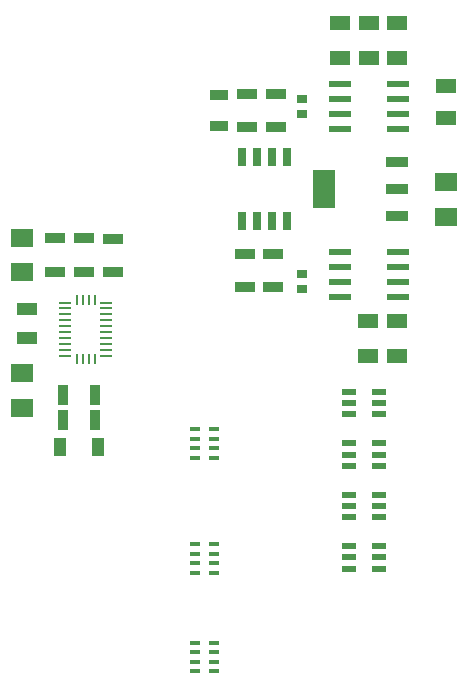
<source format=gbr>
G04*
G04 #@! TF.GenerationSoftware,Altium Limited,Altium Designer,24.3.1 (35)*
G04*
G04 Layer_Color=128*
%FSLAX44Y44*%
%MOMM*%
G71*
G04*
G04 #@! TF.SameCoordinates,D61E4413-AD1B-46AA-9FCE-7A96C032C263*
G04*
G04*
G04 #@! TF.FilePolarity,Positive*
G04*
G01*
G75*
%ADD62R,1.0000X1.5000*%
%ADD63R,1.8582X1.5055*%
%ADD64R,1.8000X1.0000*%
%ADD65R,0.2500X0.9560*%
%ADD66R,1.0560X0.2500*%
%ADD67R,1.8000X1.1500*%
%ADD68R,1.9800X0.5300*%
%ADD69R,1.7582X1.3055*%
%ADD70R,0.8500X0.7000*%
%ADD71R,1.7000X0.9500*%
%ADD72R,0.6500X1.5250*%
%ADD73R,1.2500X0.6000*%
%ADD74R,1.8500X0.9000*%
%ADD75R,1.8500X3.2000*%
%ADD76R,1.7000X0.9500*%
%ADD77R,1.6098X0.9561*%
%ADD78R,0.9000X0.4000*%
%ADD79R,0.9500X1.7000*%
D62*
X-127764Y-46482D02*
D03*
X-159764D02*
D03*
D63*
X-191516Y101061D02*
D03*
Y130588D02*
D03*
X167132Y148050D02*
D03*
Y177577D02*
D03*
X-191770Y-13493D02*
D03*
Y16034D02*
D03*
D64*
X-187307Y45412D02*
D03*
Y70412D02*
D03*
D65*
X-130422Y28056D02*
D03*
X-135422D02*
D03*
X-140422D02*
D03*
X-145422D02*
D03*
Y78116D02*
D03*
X-140422D02*
D03*
X-135422D02*
D03*
X-130422D02*
D03*
D66*
X-155452Y30586D02*
D03*
Y35586D02*
D03*
Y40586D02*
D03*
Y45586D02*
D03*
Y50586D02*
D03*
Y55586D02*
D03*
Y60586D02*
D03*
Y65586D02*
D03*
Y70586D02*
D03*
Y75586D02*
D03*
X-120392Y30586D02*
D03*
Y35586D02*
D03*
Y40586D02*
D03*
Y45586D02*
D03*
Y50586D02*
D03*
Y55586D02*
D03*
Y60586D02*
D03*
Y65586D02*
D03*
Y70586D02*
D03*
Y75586D02*
D03*
D67*
X77470Y312184D02*
D03*
Y282684D02*
D03*
X101600Y282684D02*
D03*
Y312184D02*
D03*
X125730Y282702D02*
D03*
Y312202D02*
D03*
X101346Y59962D02*
D03*
Y30462D02*
D03*
X125984D02*
D03*
Y59962D02*
D03*
D68*
X76950Y260858D02*
D03*
Y248158D02*
D03*
Y235458D02*
D03*
Y222758D02*
D03*
X126250D02*
D03*
Y235458D02*
D03*
Y248158D02*
D03*
Y260858D02*
D03*
X77204Y118110D02*
D03*
Y105410D02*
D03*
Y92710D02*
D03*
Y80010D02*
D03*
X126504D02*
D03*
Y92710D02*
D03*
Y105410D02*
D03*
Y118110D02*
D03*
D69*
X167132Y231600D02*
D03*
Y259128D02*
D03*
D70*
X45212Y99722D02*
D03*
Y87222D02*
D03*
Y248058D02*
D03*
Y235558D02*
D03*
D71*
X20574Y88616D02*
D03*
Y116616D02*
D03*
X-3302Y88616D02*
D03*
Y116616D02*
D03*
X23368Y224118D02*
D03*
Y252118D02*
D03*
X-163576Y101824D02*
D03*
Y129824D02*
D03*
X-115040Y129570D02*
D03*
Y101570D02*
D03*
X-139446Y129824D02*
D03*
Y101824D02*
D03*
D72*
X-5588Y144838D02*
D03*
X7112D02*
D03*
X19812D02*
D03*
X32512D02*
D03*
Y199078D02*
D03*
X19812D02*
D03*
X7112D02*
D03*
X-5588D02*
D03*
D73*
X110036Y-19152D02*
D03*
Y-9652D02*
D03*
Y-152D02*
D03*
X85036D02*
D03*
Y-9652D02*
D03*
Y-19152D02*
D03*
Y-149708D02*
D03*
Y-140208D02*
D03*
Y-130708D02*
D03*
X110036D02*
D03*
Y-140208D02*
D03*
Y-149708D02*
D03*
X85036Y-106189D02*
D03*
Y-96689D02*
D03*
Y-87189D02*
D03*
X110036D02*
D03*
Y-96689D02*
D03*
Y-106189D02*
D03*
Y-62671D02*
D03*
Y-53171D02*
D03*
Y-43671D02*
D03*
X85036D02*
D03*
Y-53171D02*
D03*
Y-62671D02*
D03*
D74*
X125996Y194958D02*
D03*
Y171958D02*
D03*
Y148958D02*
D03*
D75*
X63996Y171958D02*
D03*
D76*
X-1262Y224368D02*
D03*
Y251868D02*
D03*
D77*
X-24892Y251129D02*
D03*
Y225107D02*
D03*
D78*
X-29084Y-212536D02*
D03*
X-45084D02*
D03*
X-29084Y-220536D02*
D03*
X-45084D02*
D03*
X-29084Y-228536D02*
D03*
X-45084D02*
D03*
X-29084Y-236536D02*
D03*
X-45084D02*
D03*
X-29084Y-31688D02*
D03*
X-45084D02*
D03*
X-29084Y-39688D02*
D03*
X-45084D02*
D03*
X-29084Y-47688D02*
D03*
X-45084D02*
D03*
X-29084Y-55688D02*
D03*
X-45084D02*
D03*
Y-153224D02*
D03*
X-29084D02*
D03*
X-45084Y-145224D02*
D03*
X-29084D02*
D03*
X-45084Y-137224D02*
D03*
X-29084D02*
D03*
X-45084Y-129224D02*
D03*
X-29084D02*
D03*
D79*
X-130016Y-2540D02*
D03*
X-157516D02*
D03*
Y-24130D02*
D03*
X-130016D02*
D03*
M02*

</source>
